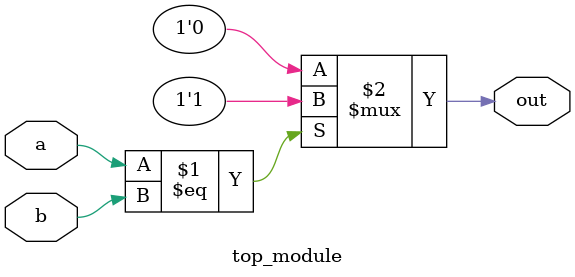
<source format=sv>

/** Question:
 * Create a module that implements an XNOR gat
 */

module top_module
(
    input logic a,
    input logic b,
    output var out
);

    assign out = (a == b) ? 1'b1 : 1'b0;

endmodule

// EOF

</source>
